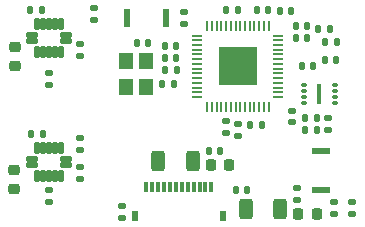
<source format=gbr>
G04 #@! TF.GenerationSoftware,KiCad,Pcbnew,7.0.8*
G04 #@! TF.CreationDate,2023-10-14T22:57:58-04:00*
G04 #@! TF.ProjectId,MicrocontrollerInputModule,4d696372-6f63-46f6-9e74-726f6c6c6572,V2*
G04 #@! TF.SameCoordinates,Original*
G04 #@! TF.FileFunction,Soldermask,Bot*
G04 #@! TF.FilePolarity,Negative*
%FSLAX46Y46*%
G04 Gerber Fmt 4.6, Leading zero omitted, Abs format (unit mm)*
G04 Created by KiCad (PCBNEW 7.0.8) date 2023-10-14 22:57:58*
%MOMM*%
%LPD*%
G01*
G04 APERTURE LIST*
G04 Aperture macros list*
%AMRoundRect*
0 Rectangle with rounded corners*
0 $1 Rounding radius*
0 $2 $3 $4 $5 $6 $7 $8 $9 X,Y pos of 4 corners*
0 Add a 4 corners polygon primitive as box body*
4,1,4,$2,$3,$4,$5,$6,$7,$8,$9,$2,$3,0*
0 Add four circle primitives for the rounded corners*
1,1,$1+$1,$2,$3*
1,1,$1+$1,$4,$5*
1,1,$1+$1,$6,$7*
1,1,$1+$1,$8,$9*
0 Add four rect primitives between the rounded corners*
20,1,$1+$1,$2,$3,$4,$5,0*
20,1,$1+$1,$4,$5,$6,$7,0*
20,1,$1+$1,$6,$7,$8,$9,0*
20,1,$1+$1,$8,$9,$2,$3,0*%
G04 Aperture macros list end*
%ADD10RoundRect,0.140000X-0.140000X-0.170000X0.140000X-0.170000X0.140000X0.170000X-0.140000X0.170000X0*%
%ADD11RoundRect,0.140000X0.140000X0.170000X-0.140000X0.170000X-0.140000X-0.170000X0.140000X-0.170000X0*%
%ADD12RoundRect,0.135000X0.185000X-0.135000X0.185000X0.135000X-0.185000X0.135000X-0.185000X-0.135000X0*%
%ADD13RoundRect,0.225000X-0.250000X0.225000X-0.250000X-0.225000X0.250000X-0.225000X0.250000X0.225000X0*%
%ADD14RoundRect,0.050000X0.050000X-0.387500X0.050000X0.387500X-0.050000X0.387500X-0.050000X-0.387500X0*%
%ADD15RoundRect,0.050000X0.387500X-0.050000X0.387500X0.050000X-0.387500X0.050000X-0.387500X-0.050000X0*%
%ADD16R,3.200000X3.200000*%
%ADD17RoundRect,0.135000X-0.185000X0.135000X-0.185000X-0.135000X0.185000X-0.135000X0.185000X0.135000X0*%
%ADD18RoundRect,0.250000X0.312500X0.625000X-0.312500X0.625000X-0.312500X-0.625000X0.312500X-0.625000X0*%
%ADD19RoundRect,0.147500X0.147500X0.172500X-0.147500X0.172500X-0.147500X-0.172500X0.147500X-0.172500X0*%
%ADD20RoundRect,0.135000X0.135000X0.185000X-0.135000X0.185000X-0.135000X-0.185000X0.135000X-0.185000X0*%
%ADD21RoundRect,0.225000X-0.225000X-0.250000X0.225000X-0.250000X0.225000X0.250000X-0.225000X0.250000X0*%
%ADD22RoundRect,0.147500X-0.172500X0.147500X-0.172500X-0.147500X0.172500X-0.147500X0.172500X0.147500X0*%
%ADD23RoundRect,0.075000X-0.187500X-0.075000X0.187500X-0.075000X0.187500X0.075000X-0.187500X0.075000X0*%
%ADD24R,0.300000X1.700000*%
%ADD25R,1.500000X0.550000*%
%ADD26R,1.200000X1.400000*%
%ADD27RoundRect,0.250000X-0.312500X-0.625000X0.312500X-0.625000X0.312500X0.625000X-0.312500X0.625000X0*%
%ADD28RoundRect,0.109800X0.422200X0.122200X-0.422200X0.122200X-0.422200X-0.122200X0.422200X-0.122200X0*%
%ADD29RoundRect,0.109800X-0.122200X0.422200X-0.122200X-0.422200X0.122200X-0.422200X0.122200X0.422200X0*%
%ADD30RoundRect,0.050000X0.150000X0.400000X-0.150000X0.400000X-0.150000X-0.400000X0.150000X-0.400000X0*%
%ADD31RoundRect,0.050000X0.200000X0.400000X-0.200000X0.400000X-0.200000X-0.400000X0.200000X-0.400000X0*%
%ADD32RoundRect,0.140000X-0.170000X0.140000X-0.170000X-0.140000X0.170000X-0.140000X0.170000X0.140000X0*%
%ADD33R,0.550000X1.500000*%
%ADD34RoundRect,0.135000X-0.135000X-0.185000X0.135000X-0.185000X0.135000X0.185000X-0.135000X0.185000X0*%
G04 APERTURE END LIST*
D10*
X56507107Y-109365108D03*
X57467107Y-109365108D03*
D11*
X55607107Y-104693108D03*
X54647107Y-104693108D03*
D12*
X51107107Y-115270108D03*
X51107107Y-114250108D03*
D13*
X32177106Y-118150108D03*
X32177106Y-119700108D03*
D14*
X53707107Y-112787608D03*
X53307107Y-112787608D03*
X52907107Y-112787608D03*
X52507107Y-112787608D03*
X52107107Y-112787608D03*
X51707107Y-112787608D03*
X51307107Y-112787608D03*
X50907107Y-112787608D03*
X50507107Y-112787608D03*
X50107107Y-112787608D03*
X49707107Y-112787608D03*
X49307107Y-112787608D03*
X48907107Y-112787608D03*
X48507107Y-112787608D03*
D15*
X47669607Y-111950108D03*
X47669607Y-111550108D03*
X47669607Y-111150108D03*
X47669607Y-110750108D03*
X47669607Y-110350108D03*
X47669607Y-109950108D03*
X47669607Y-109550108D03*
X47669607Y-109150108D03*
X47669607Y-108750108D03*
X47669607Y-108350108D03*
X47669607Y-107950108D03*
X47669607Y-107550108D03*
X47669607Y-107150108D03*
X47669607Y-106750108D03*
D14*
X48507107Y-105912608D03*
X48907107Y-105912608D03*
X49307107Y-105912608D03*
X49707107Y-105912608D03*
X50107107Y-105912608D03*
X50507107Y-105912608D03*
X50907107Y-105912608D03*
X51307107Y-105912608D03*
X51707107Y-105912608D03*
X52107107Y-105912608D03*
X52507107Y-105912608D03*
X52907107Y-105912608D03*
X53307107Y-105912608D03*
X53707107Y-105912608D03*
D15*
X54544607Y-106750108D03*
X54544607Y-107150108D03*
X54544607Y-107550108D03*
X54544607Y-107950108D03*
X54544607Y-108350108D03*
X54544607Y-108750108D03*
X54544607Y-109150108D03*
X54544607Y-109550108D03*
X54544607Y-109950108D03*
X54544607Y-110350108D03*
X54544607Y-110750108D03*
X54544607Y-111150108D03*
X54544607Y-111550108D03*
X54544607Y-111950108D03*
D16*
X51107107Y-109350108D03*
D17*
X35107107Y-109950107D03*
X35107107Y-110970107D03*
X41307107Y-121140108D03*
X41307107Y-122160108D03*
D18*
X47269607Y-117350108D03*
X44344607Y-117350108D03*
D19*
X51877107Y-119850108D03*
X50907107Y-119850108D03*
D20*
X57827107Y-114750108D03*
X56807107Y-114750108D03*
D17*
X37707106Y-107450107D03*
X37707106Y-108470107D03*
D21*
X56232107Y-121850108D03*
X57782107Y-121850108D03*
X48832107Y-117750108D03*
X50382107Y-117750108D03*
D10*
X58447107Y-108793108D03*
X59407107Y-108793108D03*
D11*
X45667107Y-110850108D03*
X44707107Y-110850108D03*
D22*
X56082107Y-119680108D03*
X56082107Y-120650108D03*
D23*
X56727107Y-112443108D03*
X56727107Y-111943108D03*
X56727107Y-111443108D03*
X56727107Y-110943108D03*
X59302107Y-110943108D03*
X59302107Y-111443108D03*
X59302107Y-111943108D03*
X59302107Y-112443108D03*
D24*
X58014607Y-111693108D03*
D20*
X57827107Y-113734108D03*
X56807107Y-113734108D03*
D10*
X56007107Y-106950108D03*
X56967107Y-106950108D03*
D20*
X34507107Y-104550108D03*
X33487107Y-104550108D03*
D12*
X38957107Y-105463108D03*
X38957107Y-104443108D03*
D11*
X53687107Y-104600108D03*
X52727107Y-104600108D03*
D25*
X58107107Y-119800109D03*
X58107107Y-116550109D03*
D26*
X43321107Y-108885108D03*
X43321107Y-111085108D03*
X41621107Y-111085108D03*
X41621107Y-108885108D03*
D27*
X51782107Y-121450108D03*
X54707107Y-121450108D03*
D28*
X33672107Y-117200108D03*
D29*
X34107107Y-116265108D03*
X34607107Y-116265108D03*
X35107107Y-116265108D03*
X35607107Y-116265108D03*
X36107107Y-116265108D03*
D28*
X36542107Y-117200108D03*
X36542107Y-117700108D03*
D29*
X36107107Y-118635108D03*
X35607107Y-118635108D03*
X35107107Y-118635108D03*
X34607107Y-118635108D03*
X34107107Y-118635108D03*
D28*
X33672107Y-117700108D03*
D17*
X37777106Y-117850108D03*
X37777106Y-118870108D03*
X35077106Y-119850108D03*
X35077106Y-120870108D03*
D20*
X59487107Y-107273108D03*
X58467107Y-107273108D03*
D12*
X37777106Y-116450108D03*
X37777106Y-115430108D03*
D13*
X32207107Y-107750108D03*
X32207107Y-109300108D03*
D30*
X43357107Y-119550108D03*
X43857107Y-119550108D03*
X44357107Y-119550108D03*
X44857107Y-119550108D03*
X45357107Y-119550108D03*
X45857107Y-119550108D03*
X46357107Y-119550108D03*
X46857107Y-119550108D03*
X47357107Y-119550108D03*
X47857107Y-119550108D03*
X48357107Y-119550108D03*
X48857107Y-119550108D03*
D31*
X42357107Y-122050108D03*
X49857107Y-122050108D03*
D10*
X42547107Y-107400108D03*
X43507107Y-107400108D03*
D32*
X55707107Y-113150108D03*
X55707107Y-114110108D03*
X58707107Y-113754108D03*
X58707107Y-114714108D03*
D10*
X50127107Y-104600108D03*
X51087107Y-104600108D03*
D20*
X58947107Y-106223108D03*
X57927107Y-106223108D03*
D32*
X50091107Y-114000108D03*
X50091107Y-114960108D03*
D33*
X41757107Y-105250108D03*
X45007107Y-105250108D03*
D22*
X59207107Y-120880108D03*
X59207107Y-121850108D03*
D20*
X34577107Y-115050108D03*
X33557107Y-115050108D03*
D10*
X56007107Y-105943108D03*
X56967107Y-105943108D03*
D19*
X49592107Y-116550108D03*
X48622107Y-116550108D03*
D11*
X45867107Y-107675108D03*
X44907107Y-107675108D03*
D28*
X33672107Y-106700108D03*
D29*
X34107107Y-105765108D03*
X34607107Y-105765108D03*
X35107107Y-105765108D03*
X35607107Y-105765108D03*
X36107107Y-105765108D03*
D28*
X36542107Y-106700108D03*
X36542107Y-107200108D03*
D29*
X36107107Y-108135108D03*
X35607107Y-108135108D03*
X35107107Y-108135108D03*
X34607107Y-108135108D03*
X34107107Y-108135108D03*
D28*
X33672107Y-107200108D03*
D22*
X60807107Y-120880108D03*
X60807107Y-121850108D03*
D34*
X44897107Y-109675108D03*
X45917107Y-109675108D03*
D11*
X45867107Y-108650108D03*
X44907107Y-108650108D03*
D17*
X46507107Y-104730108D03*
X46507107Y-105750108D03*
D20*
X53127107Y-114350108D03*
X52107107Y-114350108D03*
M02*

</source>
